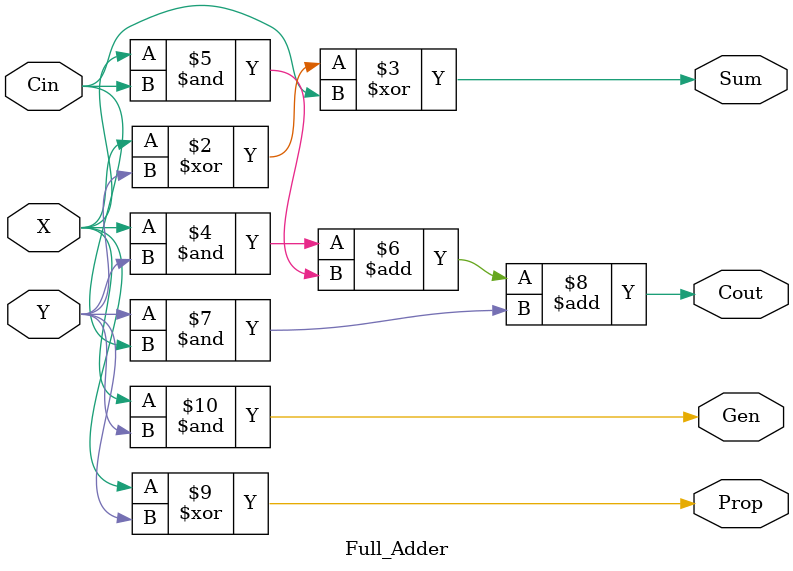
<source format=v>
module Full_Adder (X,Y,Cin,Cout,Sum,Prop,Gen);

input 			X;
input 			Y;
input 			Cin;
output 			Cout;
output			Sum;
output			Prop;
output			Gen;

reg 			Sum;
reg 			Cout;
reg 			Prop;
reg			Gen;

always @(*) begin
	Sum = X ^ Y ^ Cin;
	Cout = (X & Y) + (X & Cin) + (Y & Cin);
	Prop = X ^ Y;
	Gen = X & Y;
end

endmodule

</source>
